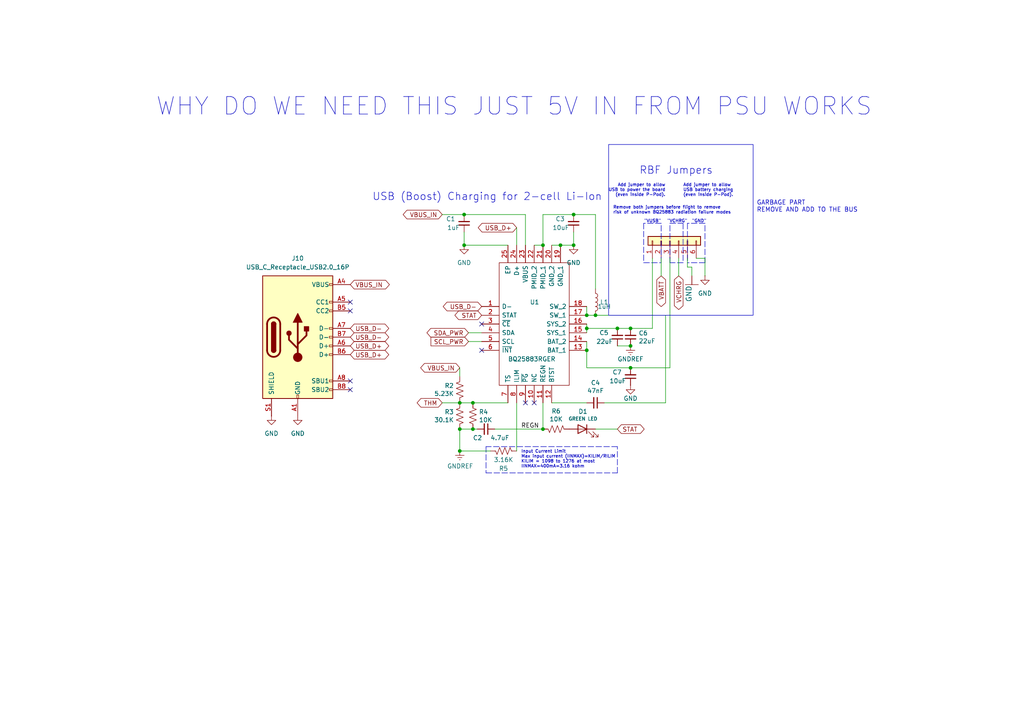
<source format=kicad_sch>
(kicad_sch (version 20231120) (generator "eeschema") (generator_version "8.0")
  (paper "A4")
  (title_block (company "TEAM ANANT") (comment 1 "BITS PILANI"))
  (lib_symbols
    (symbol "Connector:USB_C_Receptacle_USB2.0_16P" (pin_names (offset 1.016))
      (property "Reference" "J" (at 0 22.225 0))
      (property "Value" "USB_C_Receptacle_USB2.0_16P" (at 0 19.685 0))
      (symbol "USB_C_Receptacle_USB2.0_16P_0_0"
        (rectangle (start -0.254 -17.78) (end 0.254 -16.764))
        (rectangle (start 10.16 -14.986) (end 9.144 -15.494))
        (rectangle (start 10.16 -12.446) (end 9.144 -12.954))
        (rectangle (start 10.16 -4.826) (end 9.144 -5.334))
        (rectangle (start 10.16 -2.286) (end 9.144 -2.794))
        (rectangle (start 10.16 0.254) (end 9.144 -0.254))
        (rectangle (start 10.16 2.794) (end 9.144 2.286))
        (rectangle (start 10.16 7.874) (end 9.144 7.366))
        (rectangle (start 10.16 10.414) (end 9.144 9.906))
        (rectangle (start 10.16 15.494) (end 9.144 14.986))
      )
      (symbol "USB_C_Receptacle_USB2.0_16P_0_1"
        (rectangle (start -10.16 17.78) (end 10.16 -17.78) (stroke (width 0.254)) (fill (type background)))
        (arc (start -8.89 -3.81) (mid -6.985 -5.7067) (end -5.08 -3.81) (stroke (width 0.508)))
        (arc (start -7.62 -3.81) (mid -6.985 -4.4423) (end -6.35 -3.81) (stroke (width 0.254)))
        (arc (start -7.62 -3.81) (mid -6.985 -4.4423) (end -6.35 -3.81) (stroke (width 0.254)) (fill (type outline)))
        (rectangle (start -7.62 -3.81) (end -6.35 3.81) (stroke (width 0.254)) (fill (type outline)))
        (arc (start -6.35 3.81) (mid -6.985 4.4423) (end -7.62 3.81) (stroke (width 0.254)))
        (arc (start -6.35 3.81) (mid -6.985 4.4423) (end -7.62 3.81) (stroke (width 0.254)) (fill (type outline)))
        (arc (start -5.08 3.81) (mid -6.985 5.7067) (end -8.89 3.81) (stroke (width 0.508)))
        (circle (center -2.54 1.143) (radius 0.635) (stroke (width 0.254)) (fill (type outline)))
        (circle (center 0 -5.842) (radius 1.27) (fill (type outline)))
        (polyline (pts (xy -8.89 -3.81) (xy -8.89 3.81)) (stroke (width 0.508)))
        (polyline (pts (xy -5.08 3.81) (xy -5.08 -3.81)) (stroke (width 0.508)))
        (polyline (pts (xy 0 -5.842) (xy 0 4.318)) (stroke (width 0.508)))
        (polyline (pts (xy 0 -3.302) (xy -2.54 -0.762) (xy -2.54 0.508)) (stroke (width 0.508)))
        (polyline (pts (xy 0 -2.032) (xy 2.54 0.508) (xy 2.54 1.778)) (stroke (width 0.508)))
        (polyline (pts (xy -1.27 4.318) (xy 0 6.858) (xy 1.27 4.318) (xy -1.27 4.318)) (stroke (width 0.254)) (fill (type outline)))
        (rectangle (start 1.905 1.778) (end 3.175 3.048) (stroke (width 0.254)) (fill (type outline)))
      )
      (symbol "USB_C_Receptacle_USB2.0_16P_1_1"
        (pin passive line (at 0 -22.86 90) (length 5.08) (name "GND") (number "A1"))
        (pin passive line (at 0 -22.86 90) (length 5.08) hide (name "GND") (number "A12"))
        (pin passive line (at 15.24 15.24 180) (length 5.08) (name "VBUS") (number "A4"))
        (pin bidirectional line (at 15.24 10.16 180) (length 5.08) (name "CC1") (number "A5"))
        (pin bidirectional line (at 15.24 -2.54 180) (length 5.08) (name "D+") (number "A6"))
        (pin bidirectional line (at 15.24 2.54 180) (length 5.08) (name "D-") (number "A7"))
        (pin bidirectional line (at 15.24 -12.7 180) (length 5.08) (name "SBU1") (number "A8"))
        (pin passive line (at 15.24 15.24 180) (length 5.08) hide (name "VBUS") (number "A9"))
        (pin passive line (at 0 -22.86 90) (length 5.08) hide (name "GND") (number "B1"))
        (pin passive line (at 0 -22.86 90) (length 5.08) hide (name "GND") (number "B12"))
        (pin passive line (at 15.24 15.24 180) (length 5.08) hide (name "VBUS") (number "B4"))
        (pin bidirectional line (at 15.24 7.62 180) (length 5.08) (name "CC2") (number "B5"))
        (pin bidirectional line (at 15.24 -5.08 180) (length 5.08) (name "D+") (number "B6"))
        (pin bidirectional line (at 15.24 0 180) (length 5.08) (name "D-") (number "B7"))
        (pin bidirectional line (at 15.24 -15.24 180) (length 5.08) (name "SBU2") (number "B8"))
        (pin passive line (at 15.24 15.24 180) (length 5.08) hide (name "VBUS") (number "B9"))
        (pin passive line (at -7.62 -22.86 90) (length 5.08) (name "SHIELD") (number "S1"))
      )
    )
    (symbol "Connector_Generic:Conn_01x06" (pin_names (offset 1.016) hide)
      (property "Reference" "J" (at 0 7.62 0))
      (property "Value" "Conn_01x06" (at 0 -10.16 0))
      (symbol "Conn_01x06_1_1"
        (rectangle (start -1.27 -7.493) (end 0 -7.747) (stroke (width 0.1524)))
        (rectangle (start -1.27 -4.953) (end 0 -5.207) (stroke (width 0.1524)))
        (rectangle (start -1.27 -2.413) (end 0 -2.667) (stroke (width 0.1524)))
        (rectangle (start -1.27 0.127) (end 0 -0.127) (stroke (width 0.1524)))
        (rectangle (start -1.27 2.667) (end 0 2.413) (stroke (width 0.1524)))
        (rectangle (start -1.27 5.207) (end 0 4.953) (stroke (width 0.1524)))
        (rectangle (start -1.27 6.35) (end 1.27 -8.89) (stroke (width 0.254)) (fill (type background)))
        (pin passive line (at -5.08 5.08 0) (length 3.81) (name "Pin_1") (number "1"))
        (pin passive line (at -5.08 2.54 0) (length 3.81) (name "Pin_2") (number "2"))
        (pin passive line (at -5.08 0 0) (length 3.81) (name "Pin_3") (number "3"))
        (pin passive line (at -5.08 -2.54 0) (length 3.81) (name "Pin_4") (number "4"))
        (pin passive line (at -5.08 -5.08 0) (length 3.81) (name "Pin_5") (number "5"))
        (pin passive line (at -5.08 -7.62 0) (length 3.81) (name "Pin_6") (number "6"))
      )
    )
    (symbol "Device:C_Small" (pin_numbers hide) (pin_names (offset 0.254) hide)
      (property "Reference" "C" (at 0.254 1.778 0))
      (property "Value" "C_Small" (at 0.254 -2.032 0))
      (symbol "C_Small_0_1"
        (polyline (pts (xy -1.524 -0.508) (xy 1.524 -0.508)) (stroke (width 0.3302)))
        (polyline (pts (xy -1.524 0.508) (xy 1.524 0.508)) (stroke (width 0.3048)))
      )
      (symbol "C_Small_1_1"
        (pin passive line (at 0 2.54 270) (length 2.032) (name "~") (number "1"))
        (pin passive line (at 0 -2.54 90) (length 2.032) (name "~") (number "2"))
      )
    )
    (symbol "Device:L" (pin_numbers hide) (pin_names (offset 1.016) hide)
      (property "Reference" "L" (at -1.27 0 90))
      (property "Value" "L" (at 1.905 0 90))
      (symbol "L_0_1"
        (arc (start 0 -2.54) (mid 0.6323 -1.905) (end 0 -1.27))
        (arc (start 0 -1.27) (mid 0.6323 -0.635) (end 0 0))
        (arc (start 0 0) (mid 0.6323 0.635) (end 0 1.27))
        (arc (start 0 1.27) (mid 0.6323 1.905) (end 0 2.54))
      )
      (symbol "L_1_1"
        (pin passive line (at 0 3.81 270) (length 1.27) (name "1") (number "1"))
        (pin passive line (at 0 -3.81 90) (length 1.27) (name "2") (number "2"))
      )
    )
    (symbol "Device:LED" (pin_numbers hide) (pin_names (offset 1.016) hide)
      (property "Reference" "D" (at 0 2.54 0))
      (property "Value" "LED" (at 0 -2.54 0))
      (symbol "LED_0_1"
        (polyline (pts (xy -1.27 -1.27) (xy -1.27 1.27)) (stroke (width 0.254)))
        (polyline (pts (xy -1.27 0) (xy 1.27 0)))
        (polyline (pts (xy 1.27 -1.27) (xy 1.27 1.27) (xy -1.27 0) (xy 1.27 -1.27)) (stroke (width 0.254)))
        (polyline (pts (xy -3.048 -0.762) (xy -4.572 -2.286) (xy -3.81 -2.286) (xy -4.572 -2.286) (xy -4.572 -1.524)))
        (polyline (pts (xy -1.778 -0.762) (xy -3.302 -2.286) (xy -2.54 -2.286) (xy -3.302 -2.286) (xy -3.302 -1.524)))
      )
      (symbol "LED_1_1"
        (pin passive line (at -3.81 0 0) (length 2.54) (name "K") (number "1"))
        (pin passive line (at 3.81 0 180) (length 2.54) (name "A") (number "2"))
      )
    )
    (symbol "Device:R_US" (pin_numbers hide) (pin_names (offset 0))
      (property "Reference" "R" (at 2.54 0 90))
      (property "Value" "R_US" (at -2.54 0 90))
      (symbol "R_US_0_1"
        (polyline (pts (xy 0 -2.286) (xy 0 -2.54)))
        (polyline (pts (xy 0 2.286) (xy 0 2.54)))
        (polyline (pts (xy 0 -0.762) (xy 1.016 -1.143) (xy 0 -1.524) (xy -1.016 -1.905) (xy 0 -2.286)))
        (polyline (pts (xy 0 0.762) (xy 1.016 0.381) (xy 0 0) (xy -1.016 -0.381) (xy 0 -0.762)))
        (polyline (pts (xy 0 2.286) (xy 1.016 1.905) (xy 0 1.524) (xy -1.016 1.143) (xy 0 0.762)))
      )
      (symbol "R_US_1_1"
        (pin passive line (at 0 3.81 270) (length 1.27) (name "~") (number "1"))
        (pin passive line (at 0 -3.81 90) (length 1.27) (name "~") (number "2"))
      )
    )
    (symbol "mainboard-rescue:GNDREF-power" (power) (pin_names (offset 0))
      (property "Value" "power_GNDREF" (at 0 -3.81 0))
      (symbol "GNDREF-power_0_1"
        (polyline (pts (xy -0.635 -1.905) (xy 0.635 -1.905)))
        (polyline (pts (xy -0.127 -2.54) (xy 0.127 -2.54)))
        (polyline (pts (xy 0 -1.27) (xy 0 0)))
        (polyline (pts (xy 1.27 -1.27) (xy -1.27 -1.27)))
      )
      (symbol "GNDREF-power_1_1"
        (pin power_in line (at 0 0 270) (length 0) hide (name "GNDREF") (number "1"))
      )
    )
    (symbol "mainboard:BQ25883RGER" (pin_names (offset 0.762))
      (property "Reference" "IC" (at 26.67 17.78 0))
      (property "Value" "BQ25883RGER" (at 26.67 15.24 0))
      (symbol "BQ25883RGER_0_0"
        (pin bidirectional line (at 0 0 0) (length 5.08) (name "D-") (number "1"))
        (pin bidirectional line (at 15.24 -27.94 90) (length 5.08) (name "NC") (number "10"))
        (pin bidirectional line (at 17.78 -27.94 90) (length 5.08) (name "REGN") (number "11"))
        (pin bidirectional line (at 20.32 -27.94 90) (length 5.08) (name "BTST") (number "12"))
        (pin bidirectional line (at 30.48 -12.7 180) (length 5.08) (name "BAT_1") (number "13"))
        (pin bidirectional line (at 30.48 -10.16 180) (length 5.08) (name "BAT_2") (number "14"))
        (pin bidirectional line (at 30.48 -7.62 180) (length 5.08) (name "SYS_1") (number "15"))
        (pin bidirectional line (at 30.48 -5.08 180) (length 5.08) (name "SYS_2") (number "16"))
        (pin bidirectional line (at 30.48 -2.54 180) (length 5.08) (name "SW_1") (number "17"))
        (pin bidirectional line (at 30.48 0 180) (length 5.08) (name "SW_2") (number "18"))
        (pin bidirectional line (at 22.86 17.78 270) (length 5.08) (name "GND_1") (number "19"))
        (pin bidirectional line (at 0 -2.54 0) (length 5.08) (name "STAT") (number "2"))
        (pin bidirectional line (at 20.32 17.78 270) (length 5.08) (name "GND_2") (number "20"))
        (pin bidirectional line (at 17.78 17.78 270) (length 5.08) (name "PMID_1") (number "21"))
        (pin bidirectional line (at 15.24 17.78 270) (length 5.08) (name "PMID_2") (number "22"))
        (pin bidirectional line (at 12.7 17.78 270) (length 5.08) (name "VBUS") (number "23"))
        (pin bidirectional line (at 10.16 17.78 270) (length 5.08) (name "D+") (number "24"))
        (pin bidirectional line (at 7.62 17.78 270) (length 5.08) (name "EP") (number "25"))
        (pin bidirectional line (at 0 -5.08 0) (length 5.08) (name "~{CE}") (number "3"))
        (pin bidirectional line (at 0 -7.62 0) (length 5.08) (name "SDA") (number "4"))
        (pin bidirectional line (at 0 -10.16 0) (length 5.08) (name "SCL") (number "5"))
        (pin bidirectional line (at 0 -12.7 0) (length 5.08) (name "~{INT}") (number "6"))
        (pin bidirectional line (at 7.62 -27.94 90) (length 5.08) (name "TS") (number "7"))
        (pin bidirectional line (at 10.16 -27.94 90) (length 5.08) (name "ILIM") (number "8"))
        (pin bidirectional line (at 12.7 -27.94 90) (length 5.08) (name "~{PG}") (number "9"))
      )
      (symbol "BQ25883RGER_0_1"
        (polyline (pts (xy 5.08 12.7) (xy 25.4 12.7) (xy 25.4 -22.86) (xy 5.08 -22.86) (xy 5.08 12.7)) (stroke (width 0.1524)))
      )
    )
    (symbol "mainboard:GND" (power) (pin_names (offset 1.016))
      (property "Value" "GND" (at -2.54 -2.54 0))
      (symbol "GND_1_0"
        (polyline (pts (xy -1.905 0) (xy 1.905 0)))
        (pin power_in line (at 0 2.54 270) (length 2.54) (name "GND") (number "1"))
      )
    )
    (symbol "power:GND" (power) (pin_numbers hide) (pin_names (offset 0) hide)
      (property "Value" "GND" (at 0 -3.81 0))
      (symbol "GND_0_1"
        (polyline (pts (xy 0 0) (xy 0 -1.27) (xy 1.27 -1.27) (xy 0 -2.54) (xy -1.27 -1.27) (xy 0 -1.27)))
      )
      (symbol "GND_1_1"
        (pin power_in line (at 0 0 270) (length 0) (name "~") (number "1"))
      )
    )
  )
  (junction (at 133.35 124.46))
  (junction (at 182.88 95.25))
  (junction (at 182.88 106.68))
  (junction (at 133.35 116.84))
  (junction (at 162.56 71.12))
  (junction (at 134.62 71.12))
  (junction (at 166.37 71.12))
  (junction (at 170.18 101.6))
  (junction (at 172.72 91.44))
  (junction (at 134.62 62.23))
  (junction (at 182.88 100.33))
  (junction (at 179.07 95.25))
  (junction (at 166.37 62.23))
  (junction (at 137.16 116.84))
  (junction (at 157.48 124.46))
  (junction (at 137.16 124.46))
  (junction (at 157.48 71.12))
  (junction (at 170.18 91.44))
  (junction (at 133.35 130.81))
  (junction (at 170.18 95.25))
  (no_connect (at 101.6 87.63))
  (no_connect (at 139.7 101.6))
  (no_connect (at 139.7 93.98))
  (no_connect (at 101.6 90.17))
  (no_connect (at 154.94 116.84))
  (no_connect (at 101.6 113.03))
  (no_connect (at 152.4 116.84))
  (no_connect (at 101.6 110.49))
  (wire (pts (xy 201.93 74.93) (xy 204.47 74.93)))
  (wire (pts (xy 133.35 116.84) (xy 128.27 116.84)))
  (wire (pts (xy 138.43 124.46) (xy 137.16 124.46)))
  (wire (pts (xy 194.31 106.68) (xy 194.31 74.93)))
  (polyline (pts (xy 191.77 76.2) (xy 191.77 64.77)) (stroke (width 0) (type dash)))
  (wire (pts (xy 172.72 91.44) (xy 193.04 91.44)))
  (wire (pts (xy 166.37 67.31) (xy 166.37 71.12)))
  (wire (pts (xy 199.39 74.93) (xy 199.39 77.47)))
  (wire (pts (xy 189.23 95.25) (xy 189.23 74.93)))
  (wire (pts (xy 170.18 91.44) (xy 172.72 91.44)))
  (wire (pts (xy 204.47 74.93) (xy 204.47 80.01)))
  (wire (pts (xy 162.56 71.12) (xy 166.37 71.12)))
  (polyline (pts (xy 140.97 129.54) (xy 140.97 137.16)) (stroke (width 0) (type dash)))
  (wire (pts (xy 147.32 116.84) (xy 137.16 116.84)))
  (polyline (pts (xy 194.31 76.2) (xy 194.31 64.77)) (stroke (width 0) (type dash)))
  (wire (pts (xy 149.86 66.04) (xy 149.86 71.12)))
  (wire (pts (xy 133.35 130.81) (xy 142.24 130.81)))
  (wire (pts (xy 200.66 77.47) (xy 200.66 80.01)))
  (wire (pts (xy 182.88 95.25) (xy 189.23 95.25)))
  (wire (pts (xy 157.48 62.23) (xy 157.48 71.12)))
  (wire (pts (xy 154.94 71.12) (xy 157.48 71.12)))
  (wire (pts (xy 160.02 71.12) (xy 162.56 71.12)))
  (wire (pts (xy 182.88 106.68) (xy 194.31 106.68)))
  (wire (pts (xy 139.7 99.06) (xy 135.89 99.06)))
  (wire (pts (xy 193.04 91.44) (xy 193.04 116.84)))
  (polyline (pts (xy 140.97 137.16) (xy 179.07 137.16)) (stroke (width 0) (type dash)))
  (wire (pts (xy 152.4 62.23) (xy 134.62 62.23)))
  (polyline (pts (xy 191.77 64.77) (xy 186.69 64.77)) (stroke (width 0) (type dash)))
  (wire (pts (xy 182.88 95.25) (xy 179.07 95.25)))
  (polyline (pts (xy 199.39 64.77) (xy 199.39 76.2)) (stroke (width 0) (type dash)))
  (wire (pts (xy 179.07 95.25) (xy 170.18 95.25)))
  (wire (pts (xy 172.72 83.82) (xy 172.72 62.23)))
  (wire (pts (xy 196.85 80.01) (xy 196.85 74.93)))
  (wire (pts (xy 170.18 106.68) (xy 170.18 101.6)))
  (polyline (pts (xy 179.07 137.16) (xy 179.07 129.54)) (stroke (width 0) (type dash)))
  (wire (pts (xy 149.86 130.81) (xy 149.86 116.84)))
  (wire (pts (xy 133.35 106.68) (xy 133.35 109.22)))
  (wire (pts (xy 139.7 96.52) (xy 135.89 96.52)))
  (wire (pts (xy 199.39 77.47) (xy 200.66 77.47)))
  (wire (pts (xy 170.18 88.9) (xy 170.18 91.44)))
  (polyline (pts (xy 204.47 76.2) (xy 199.39 76.2)) (stroke (width 0) (type dash)))
  (wire (pts (xy 134.62 67.31) (xy 134.62 71.12)))
  (wire (pts (xy 172.72 62.23) (xy 166.37 62.23)))
  (wire (pts (xy 137.16 124.46) (xy 133.35 124.46)))
  (wire (pts (xy 182.88 106.68) (xy 170.18 106.68)))
  (polyline (pts (xy 198.12 64.77) (xy 198.12 76.2)) (stroke (width 0) (type dash)))
  (wire (pts (xy 157.48 116.84) (xy 157.48 124.46)))
  (wire (pts (xy 134.62 71.12) (xy 147.32 71.12)))
  (polyline (pts (xy 179.07 129.54) (xy 140.97 129.54)) (stroke (width 0) (type dash)))
  (wire (pts (xy 133.35 124.46) (xy 133.35 130.81)))
  (wire (pts (xy 152.4 71.12) (xy 152.4 62.23)))
  (wire (pts (xy 170.18 93.98) (xy 170.18 95.25)))
  (wire (pts (xy 175.26 116.84) (xy 193.04 116.84)))
  (wire (pts (xy 172.72 124.46) (xy 179.07 124.46)))
  (polyline (pts (xy 204.47 76.2) (xy 204.47 64.77)) (stroke (width 0) (type dash)))
  (wire (pts (xy 170.18 95.25) (xy 170.18 96.52)))
  (wire (pts (xy 191.77 80.01) (xy 191.77 74.93)))
  (polyline (pts (xy 198.12 76.2) (xy 194.31 76.2)) (stroke (width 0) (type dash)))
  (wire (pts (xy 170.18 99.06) (xy 170.18 101.6)))
  (wire (pts (xy 170.18 116.84) (xy 160.02 116.84)))
  (polyline (pts (xy 186.69 64.77) (xy 186.69 76.2)) (stroke (width 0) (type dash)))
  (wire (pts (xy 137.16 116.84) (xy 133.35 116.84)))
  (polyline (pts (xy 186.69 76.2) (xy 191.77 76.2)) (stroke (width 0) (type dash)))
  (polyline (pts (xy 204.47 64.77) (xy 199.39 64.77)) (stroke (width 0) (type dash)))
  (polyline (pts (xy 194.31 64.77) (xy 198.12 64.77)) (stroke (width 0) (type dash)))
  (wire (pts (xy 179.07 100.33) (xy 182.88 100.33)))
  (wire (pts (xy 166.37 62.23) (xy 157.48 62.23)))
  (wire (pts (xy 134.62 62.23) (xy 128.27 62.23)))
  (wire (pts (xy 143.51 124.46) (xy 157.48 124.46)))
  (rectangle (start 176.53 41.91) (end 218.44 91.44))
  (text "Add jumper to allow\nUSB battery charging\n(even inside P-Pod).\n" (at 198.12 57.15 0) (effects (font (size 0.889 0.889)) (justify left bottom)))
  (text "\"VCHRG\"" (at 199.39 64.77 0) (effects (font (size 0.889 0.889)) (justify right bottom)))
  (text "Remove both jumpers before flight to remove\nrisk of unknown BQ25883 radiation failure modes\n" (at 177.8 62.23 0) (effects (font (size 0.889 0.889)) (justify left bottom)))
  (text "Input Current Limit\nMax input current (IINMAX)=KILIM/RILIM\nKILIM = 1098 to 1276 at most\nIINMAX=400mA=3.16 kohm" (at 151.13 135.89 0) (effects (font (size 0.889 0.889)) (justify left bottom)))
  (text "\"VUSB\"" (at 191.77 64.77 0) (effects (font (size 0.889 0.889)) (justify right bottom)))
  (text "\"GND\"" (at 200.66 64.77 0) (effects (font (size 0.889 0.889)) (justify left bottom)))
  (text "RBF Jumpers" (at 185.42 50.8 0) (effects (font (size 2.159 2.159)) (justify left bottom)))
  (text "USB (Boost) Charging for 2-cell Li-Ion" (at 107.95 58.42 0) (effects (font (size 2.159 2.159)) (justify left bottom)))
  (text "Add jumper to allow\nUSB to power the board\n(even inside P-Pod).\n" (at 193.04 57.15 0) (effects (font (size 0.889 0.889)) (justify right bottom)))
  (text "GARBAGE PART\nREMOVE AND ADD TO THE BUS\n" (at 219.456 59.944 0) (effects (font (size 1.27 1.27)) (justify left)))
  (text "WHY DO WE NEED THIS JUST 5V IN FROM PSU WORKS" (at 149.098 30.988 0) (effects (font (size 5.08 5.08))))
  (label "REGN" (at 151.13 124.46 0))
  (global_label "USB_D+" (shape bidirectional) (at 101.6 100.33 0) (property "Intersheetrefs" "${INTERSHEET_REFS}" (effects (hide yes))))
  (global_label "THM" (shape bidirectional) (at 128.27 116.84 180) (property "Intersheetrefs" "${INTERSHEET_REFS}" (effects (hide yes))))
  (global_label "USB_D-" (shape bidirectional) (at 139.7 88.9 180) (property "Intersheetrefs" "${INTERSHEET_REFS}" (effects (hide yes))))
  (global_label "USB_D-" (shape bidirectional) (at 101.6 97.79 0) (property "Intersheetrefs" "${INTERSHEET_REFS}" (effects (hide yes))))
  (global_label "VCHRG" (shape bidirectional) (at 196.85 80.01 270) (property "Intersheetrefs" "${INTERSHEET_REFS}" (effects (hide yes))))
  (global_label "VBUS_IN" (shape bidirectional) (at 101.6 82.55 0) (property "Intersheetrefs" "${INTERSHEET_REFS}" (effects (hide yes))))
  (global_label "USB_D-" (shape bidirectional) (at 101.6 95.25 0) (property "Intersheetrefs" "${INTERSHEET_REFS}" (effects (hide yes))))
  (global_label "VBATT" (shape bidirectional) (at 191.77 80.01 270) (property "Intersheetrefs" "${INTERSHEET_REFS}" (effects (hide yes))))
  (global_label "USB_D+" (shape bidirectional) (at 149.86 66.04 180) (property "Intersheetrefs" "${INTERSHEET_REFS}" (effects (hide yes))))
  (global_label "VBUS_IN" (shape bidirectional) (at 128.27 62.23 180) (property "Intersheetrefs" "${INTERSHEET_REFS}" (effects (hide yes))))
  (global_label "STAT" (shape bidirectional) (at 139.7 91.44 180) (property "Intersheetrefs" "${INTERSHEET_REFS}" (effects (hide yes))))
  (global_label "VBUS_IN" (shape bidirectional) (at 133.35 106.68 180) (property "Intersheetrefs" "${INTERSHEET_REFS}" (effects (hide yes))))
  (global_label "SCL_PWR" (shape input) (at 135.89 99.06 180) (property "Intersheetrefs" "${INTERSHEET_REFS}" (effects (hide yes))))
  (global_label "SDA_PWR" (shape bidirectional) (at 135.89 96.52 180) (property "Intersheetrefs" "${INTERSHEET_REFS}" (effects (hide yes))))
  (global_label "STAT" (shape bidirectional) (at 179.07 124.46 0) (property "Intersheetrefs" "${INTERSHEET_REFS}" (effects (hide yes))))
  (global_label "USB_D+" (shape bidirectional) (at 101.6 102.87 0) (property "Intersheetrefs" "${INTERSHEET_REFS}" (effects (hide yes))))
  (symbol (lib_id "Device:C_Small") (at 134.62 64.77 180) (unit 1)
    (property "Reference" "C1" (at 132.08 63.5 0) (effects (justify left)))
    (property "Value" "1uF" (at 133.35 66.04 0) (effects (justify left)))
    (property "Footprint" "Capacitor_SMD:C_0603_1608Metric" (effects (hide yes)))
    (property "Description" "1uF 0603 X7R" (effects (hide yes)))
  )
  (symbol (lib_id "Device:C_Small") (at 182.88 97.79 180) (unit 1)
    (property "Reference" "C6" (at 185.2168 96.6216 0) (effects (justify right)))
    (property "Value" "22uF" (at 185.2168 98.933 0) (effects (justify right)))
    (property "Footprint" "Capacitor_SMD:C_0603_1608Metric" (effects (hide yes)))
    (property "Description" "22uF +-20% 10V X5R" (effects (hide yes)))
  )
  (symbol (lib_id "Device:R_US") (at 133.35 113.03 0) (mirror y) (unit 1)
    (property "Reference" "R2" (at 131.6482 111.8616 0) (effects (justify left)))
    (property "Value" "5.23K" (at 131.6482 114.173 0) (effects (justify left)))
    (property "Footprint" "Resistor_SMD:R_0603_1608Metric" (effects (hide yes)))
    (property "Description" "5.23K 0603" (effects (hide yes)))
  )
  (symbol (lib_id "mainboard-rescue:GNDREF-power") (at 133.35 130.81 0) (unit 1)
    (property "Reference" "#PWR01" (effects (hide yes)))
    (property "Value" "GNDREF" (at 133.477 135.2042 0))
  )
  (symbol (lib_id "Device:C_Small") (at 172.72 116.84 270) (unit 1)
    (property "Reference" "C4" (at 172.72 111.0234 90))
    (property "Value" "47nF" (at 172.72 113.3348 90))
    (property "Footprint" "Capacitor_SMD:C_0603_1608Metric" (effects (hide yes)))
    (property "Description" "47nF +-10% 50V X7R" (effects (hide yes)))
  )
  (symbol (lib_id "Device:C_Small") (at 182.88 109.22 180) (unit 1)
    (property "Reference" "C7" (at 180.34 107.95 0) (effects (justify left)))
    (property "Value" "10uF" (at 181.61 110.49 0) (effects (justify left)))
    (property "Footprint" "Capacitor_SMD:C_0603_1608Metric" (effects (hide yes)))
    (property "Description" "10uF +-20% 10V X5R" (effects (hide yes)))
  )
  (symbol (lib_id "mainboard:GND") (at 200.66 82.55 0) (unit 1)
    (property "Reference" "#GND02" (effects (hide yes)))
    (property "Value" "GND" (at 200.66 87.63 90) (effects (font (size 1.4986 1.4986)) (justify left bottom)))
  )
  (symbol (lib_id "Connector:USB_C_Receptacle_USB2.0_16P") (at 86.36 97.79 0) (unit 1)
    (property "Reference" "J10" (at 86.36 74.93 0))
    (property "Value" "USB_C_Receptacle_USB2.0_16P" (at 86.36 77.47 0))
    (property "Footprint" "Connector_USB:USB_C_Receptacle_G-Switch_GT-USB-7010ASV" (effects (hide yes)))
    (property "Datasheet" "https://www.usb.org/sites/default/files/documents/usb_type-c.zip" (effects (hide yes)))
    (property "Description" "USB 2.0-only 16P Type-C Receptacle connector" (effects (hide yes)))
  )
  (symbol (lib_id "Device:LED") (at 168.91 124.46 0) (mirror y) (unit 1)
    (property "Reference" "D1" (at 169.0878 119.3546 0))
    (property "Value" "GREEN LED" (at 169.0878 121.4628 0) (effects (font (size 0.9906 0.9906))))
    (property "Footprint" "LED_SMD:LED_0603_1608Metric" (effects (hide yes)))
    (property "Datasheet" "https://optoelectronics.liteon.com/upload/download/DS22-2000-074/LTST-C190KGKT.PDF" (effects (hide yes)))
    (property "Description" "Green LED" (effects (hide yes)))
    (property "Flight" "LTST-C190KGKT" (effects (hide yes)))
    (property "Manufacturer_Name" "Lite-On Inc." (effects (hide yes)))
    (property "Manufacturer_Part_Number" "LTST-C190KGKT" (effects (hide yes)))
    (property "Proto" "LTST-C190KGKT" (effects (hide yes)))
  )
  (symbol (lib_id "Connector_Generic:Conn_01x06") (at 194.31 69.85 90) (unit 1)
    (property "Reference" "J1" (effects (hide yes)))
    (property "Value" "Conn_01x06" (effects (hide yes)))
    (property "Footprint" "Connector_PinHeader_2.54mm:PinHeader_1x06_P2.54mm_Vertical" (effects (hide yes)))
    (property "Description" "6-pin Horizontal Header - 0.1in (2.54mm)" (effects (hide yes)))
    (property "DNI" "DNI" (effects (hide yes)))
  )
  (symbol (lib_id "power:GND") (at 86.36 120.65 0) (unit 1)
    (property "Reference" "#PWR0114" (effects (hide yes)))
    (property "Value" "GND" (at 86.36 125.73 0))
    (property "Description" "Power symbol creates a global label with name \"GND\" , ground" (effects (hide yes)))
  )
  (symbol (lib_id "Device:C_Small") (at 140.97 124.46 270) (unit 1)
    (property "Reference" "C2" (at 137.16 127 90) (effects (justify left)))
    (property "Value" "4.7uF" (at 142.24 127 90) (effects (justify left)))
    (property "Footprint" "Capacitor_SMD:C_0603_1608Metric" (effects (hide yes)))
    (property "Description" "4.7uF +-20% 10V X5R" (effects (hide yes)))
  )
  (symbol (lib_id "mainboard:BQ25883RGER") (at 139.7 88.9 0) (unit 1)
    (property "Reference" "U1" (at 153.67 87.63 0) (effects (justify left)))
    (property "Value" "BQ25883RGER" (at 147.32 104.14 0) (effects (justify left)))
    (property "Footprint" "mainboard:QFN50P400X400X100-25N-D" (effects (hide yes)))
    (property "Datasheet" "http://www.ti.com/lit/ds/symlink/bq25883.pdf?HQS=TI-null-null-mousermode-df-pf-null-wwe&DCM=yes&ref_url=https%3A%2F%2Fwww.mouser.co.uk%2F" (effects (hide yes)))
    (property "Description" "Battery Charger - USB Power Delivery" (effects (hide yes)))
    (property "Flight" "BQ25883RGER" (effects (hide yes)))
    (property "Manufacturer_Name" "Texas Instruments" (effects (hide yes)))
    (property "Manufacturer_Part_Number" "BQ25883RGER" (effects (hide yes)))
    (property "Proto" "BQ25883RGER" (effects (hide yes)))
  )
  (symbol (lib_id "power:GND") (at 134.62 71.12 0) (unit 1)
    (property "Reference" "#PWR02" (effects (hide yes)))
    (property "Value" "GND" (at 134.62 76.2 0))
    (property "Description" "Power symbol creates a global label with name \"GND\" , ground" (effects (hide yes)))
  )
  (symbol (lib_id "Device:C_Small") (at 166.37 64.77 180) (unit 1)
    (property "Reference" "C3" (at 163.83 63.5 0) (effects (justify left)))
    (property "Value" "10uF" (at 165.1 66.04 0) (effects (justify left)))
    (property "Footprint" "Capacitor_SMD:C_0603_1608Metric" (effects (hide yes)))
    (property "Description" "10uF +-20% 10V X5R" (effects (hide yes)))
  )
  (symbol (lib_id "Device:R_US") (at 161.29 124.46 270) (mirror x) (unit 1)
    (property "Reference" "R6" (at 161.29 119.253 90))
    (property "Value" "10K" (at 161.29 121.5644 90))
    (property "Footprint" "Resistor_SMD:R_0603_1608Metric" (effects (hide yes)))
    (property "Description" "10K 0603" (effects (hide yes)))
  )
  (symbol (lib_id "power:GND") (at 166.37 71.12 0) (unit 1)
    (property "Reference" "#PWR03" (effects (hide yes)))
    (property "Value" "GND" (at 166.37 76.2 0))
    (property "Description" "Power symbol creates a global label with name \"GND\" , ground" (effects (hide yes)))
  )
  (symbol (lib_id "power:GND") (at 78.74 120.65 0) (unit 1)
    (property "Reference" "#PWR0113" (effects (hide yes)))
    (property "Value" "GND" (at 78.74 125.73 0))
    (property "Description" "Power symbol creates a global label with name \"GND\" , ground" (effects (hide yes)))
  )
  (symbol (lib_id "power:GND") (at 204.47 80.01 0) (unit 1)
    (property "Reference" "#PWR06" (effects (hide yes)))
    (property "Value" "GND" (at 204.47 85.09 0))
    (property "Description" "Power symbol creates a global label with name \"GND\" , ground" (effects (hide yes)))
  )
  (symbol (lib_id "power:GND") (at 182.88 111.76 0) (unit 1)
    (property "Reference" "#PWR05" (effects (hide yes)))
    (property "Value" "GND" (at 182.88 115.57 0))
    (property "Description" "Power symbol creates a global label with name \"GND\" , ground" (effects (hide yes)))
  )
  (symbol (lib_id "Device:R_US") (at 137.16 120.65 180) (unit 1)
    (property "Reference" "R4" (at 138.8872 119.4816 0) (effects (justify right)))
    (property "Value" "10K" (at 138.8872 121.793 0) (effects (justify right)))
    (property "Footprint" "Resistor_SMD:R_0603_1608Metric" (effects (hide yes)))
    (property "Description" "10K 0603" (effects (hide yes)))
  )
  (symbol (lib_id "Device:L") (at 172.72 87.63 0) (unit 1)
    (property "Reference" "L1" (at 175.26 87.63 0))
    (property "Value" "1uH" (at 175.26 88.9 0))
    (property "Footprint" "mainboard:L_2510" (effects (hide yes)))
    (property "Datasheet" "https://datasheet.lcsc.com/lcsc/1912111437_PSA-Prosperity-Dielectrics-MCS25GD-1R0MMP_C375955.pdf" (effects (hide yes)))
    (property "Description" "1uH Shielded Inductor" (effects (hide yes)))
    (property "Flight" "DFE252012F-1R0M" (effects (hide yes)))
    (property "Manufacturer_Name" "Prosperity Dielectrics" (effects (hide yes)))
    (property "Manufacturer_Part_Number" "MCS25GD-1R0MMP" (effects (hide yes)))
    (property "Proto" "MCS25GD-1R0MMP" (effects (hide yes)))
  )
  (symbol (lib_id "Device:R_US") (at 146.05 130.81 90) (mirror x) (unit 1)
    (property "Reference" "R5" (at 146.05 135.89 90))
    (property "Value" "3.16K" (at 146.05 133.35 90))
    (property "Footprint" "Resistor_SMD:R_0603_1608Metric" (effects (hide yes)))
    (property "Description" "3.16K 0603" (effects (hide yes)))
  )
  (symbol (lib_id "Device:R_US") (at 133.35 120.65 0) (mirror x) (unit 1)
    (property "Reference" "R3" (at 131.6482 119.4816 0) (effects (justify right)))
    (property "Value" "30.1K" (at 131.6482 121.793 0) (effects (justify right)))
    (property "Footprint" "Resistor_SMD:R_0603_1608Metric" (effects (hide yes)))
    (property "Description" "30.1K 0603" (effects (hide yes)))
  )
  (symbol (lib_id "Device:C_Small") (at 179.07 97.79 180) (unit 1)
    (property "Reference" "C5" (at 176.53 96.52 0) (effects (justify left)))
    (property "Value" "22uF" (at 177.8 99.06 0) (effects (justify left)))
    (property "Footprint" "Capacitor_SMD:C_0603_1608Metric" (effects (hide yes)))
    (property "Description" "22uF +-20% 10V X5R" (effects (hide yes)))
  )
  (symbol (lib_id "mainboard-rescue:GNDREF-power") (at 182.88 100.33 0) (unit 1)
    (property "Reference" "#PWR04" (effects (hide yes)))
    (property "Value" "GNDREF" (at 182.88 104.14 0))
  )
)
</source>
